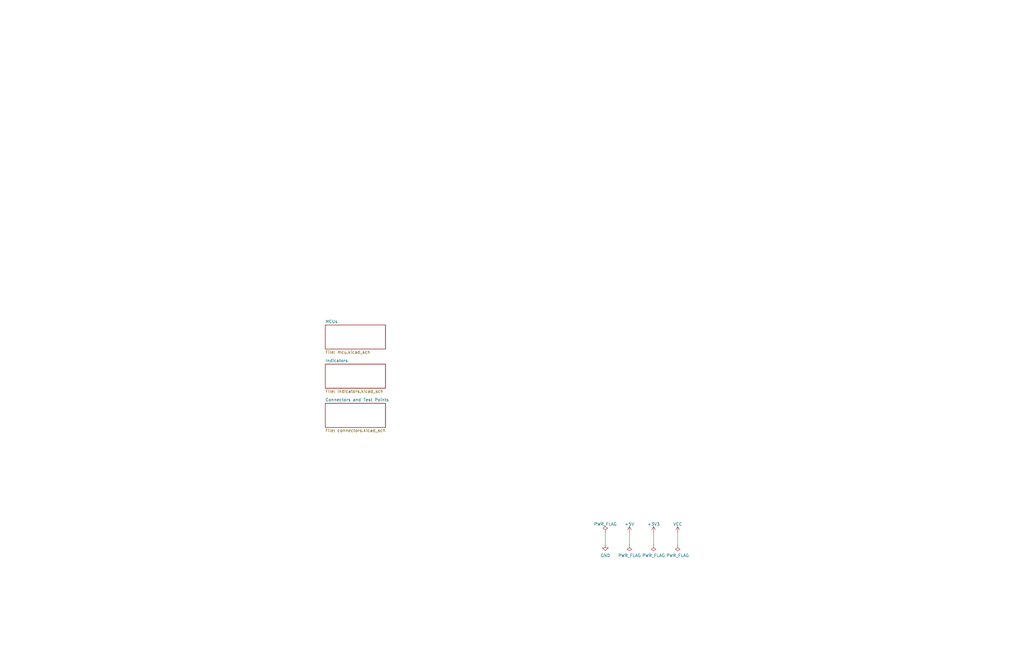
<source format=kicad_sch>
(kicad_sch (version 20211123) (generator eeschema)
  (paper "B")
  (title_block (title "DWM1000 Arduino Breakout") (date "2022-02-10") (rev "A") (company "Olin Robotics - Project Firefly") (comment 1 "Designer: Wesley Soo-Hoo"))
  (lib_symbols
    (symbol "power:+3V3" (power) (pin_names (offset 0))
      (property "Value" "+3V3" (at 0 3.556 0))
      (symbol "+3V3_0_1"
        (polyline (pts (xy -0.762 1.27) (xy 0 2.54)))
        (polyline (pts (xy 0 0) (xy 0 2.54)))
        (polyline (pts (xy 0 2.54) (xy 0.762 1.27)))
      )
      (symbol "+3V3_1_1"
        (pin power_in line (at 0 0 90) (length 0) hide (name "+3V3") (number "1"))
      )
    )
    (symbol "power:+5V" (power) (pin_names (offset 0))
      (property "Value" "+5V" (at 0 3.556 0))
      (symbol "+5V_0_1"
        (polyline (pts (xy -0.762 1.27) (xy 0 2.54)))
        (polyline (pts (xy 0 0) (xy 0 2.54)))
        (polyline (pts (xy 0 2.54) (xy 0.762 1.27)))
      )
      (symbol "+5V_1_1"
        (pin power_in line (at 0 0 90) (length 0) hide (name "+5V") (number "1"))
      )
    )
    (symbol "power:GND" (power) (pin_names (offset 0))
      (property "Value" "GND" (at 0 -3.81 0))
      (symbol "GND_0_1"
        (polyline (pts (xy 0 0) (xy 0 -1.27) (xy 1.27 -1.27) (xy 0 -2.54) (xy -1.27 -1.27) (xy 0 -1.27)))
      )
      (symbol "GND_1_1"
        (pin power_in line (at 0 0 270) (length 0) hide (name "GND") (number "1"))
      )
    )
    (symbol "power:PWR_FLAG" (power) (pin_numbers hide) (pin_names (offset 0) hide)
      (property "Value" "PWR_FLAG" (at 0 3.81 0))
      (symbol "PWR_FLAG_0_0"
        (pin power_out line (at 0 0 90) (length 0) (name "pwr") (number "1"))
      )
      (symbol "PWR_FLAG_0_1"
        (polyline (pts (xy 0 0) (xy 0 1.27) (xy -1.016 1.905) (xy 0 2.54) (xy 1.016 1.905) (xy 0 1.27)))
      )
    )
    (symbol "power:VCC" (power) (pin_names (offset 0))
      (property "Value" "VCC" (at 0 3.81 0))
      (symbol "VCC_0_1"
        (polyline (pts (xy -0.762 1.27) (xy 0 2.54)))
        (polyline (pts (xy 0 0) (xy 0 2.54)))
        (polyline (pts (xy 0 2.54) (xy 0.762 1.27)))
      )
      (symbol "VCC_1_1"
        (pin power_in line (at 0 0 90) (length 0) hide (name "VCC") (number "1"))
      )
    )
  )
  (wire (pts (xy 275.59 224.79) (xy 275.59 229.87)))
  (wire (pts (xy 265.43 224.79) (xy 265.43 229.87)))
  (wire (pts (xy 285.75 224.79) (xy 285.75 229.87)))
  (wire (pts (xy 255.27 224.79) (xy 255.27 229.87)))
  (symbol (lib_id "power:+5V") (at 265.43 224.79 0) (unit 1)
    (property "Reference" "#PWR02" (effects hide))
    (property "Value" "+5V" (at 265.43 221.1855 0))
  )
  (symbol (lib_id "power:PWR_FLAG") (at 265.43 229.87 180) (unit 1)
    (property "Reference" "#FLG02" (effects hide))
    (property "Value" "PWR_FLAG" (at 265.43 234.4325 0))
  )
  (symbol (lib_id "power:PWR_FLAG") (at 255.27 224.79 0) (unit 1)
    (property "Reference" "#FLG01" (effects hide))
    (property "Value" "PWR_FLAG" (at 255.27 221.1855 0))
  )
  (symbol (lib_id "power:PWR_FLAG") (at 285.75 229.87 180) (unit 1)
    (property "Reference" "#FLG04" (effects hide))
    (property "Value" "PWR_FLAG" (at 285.75 234.4325 0))
  )
  (symbol (lib_id "power:GND") (at 255.27 229.87 0) (unit 1)
    (property "Reference" "#PWR01" (effects hide))
    (property "Value" "GND" (at 255.27 234.4325 0))
  )
  (symbol (lib_id "power:PWR_FLAG") (at 275.59 229.87 180) (unit 1)
    (property "Reference" "#FLG03" (effects hide))
    (property "Value" "PWR_FLAG" (at 275.59 234.4325 0))
  )
  (symbol (lib_id "power:VCC") (at 285.75 224.79 0) (unit 1)
    (property "Reference" "#PWR04" (effects hide))
    (property "Value" "VCC" (at 285.75 221.1855 0))
  )
  (symbol (lib_id "power:+3V3") (at 275.59 224.79 0) (unit 1)
    (property "Reference" "#PWR03" (effects hide))
    (property "Value" "+3V3" (at 275.59 221.1855 0))
  )
  (sheet (at 137.16 170.18) (size 25.4 10.16) (stroke (width 0.1524))
    (property "Sheet name" "Connectors and Test Points" (at 137.16 169.4684 0) (effects (justify left bottom)))
    (property "Sheet file" "connectors.kicad_sch" (at 137.16 180.9246 0) (effects (justify left top)))
  )
  (sheet (at 137.16 137.16) (size 25.4 10.16) (stroke (width 0.1524))
    (property "Sheet name" "MCUs" (at 137.16 136.4484 0) (effects (justify left bottom)))
    (property "Sheet file" "mcu.kicad_sch" (at 137.16 147.9046 0) (effects (justify left top)))
  )
  (sheet (at 137.16 153.67) (size 25.4 10.16) (stroke (width 0.1524))
    (property "Sheet name" "Indicators" (at 137.16 152.9584 0) (effects (justify left bottom)))
    (property "Sheet file" "indicators.kicad_sch" (at 137.16 164.4146 0) (effects (justify left top)))
  )
)
</source>
